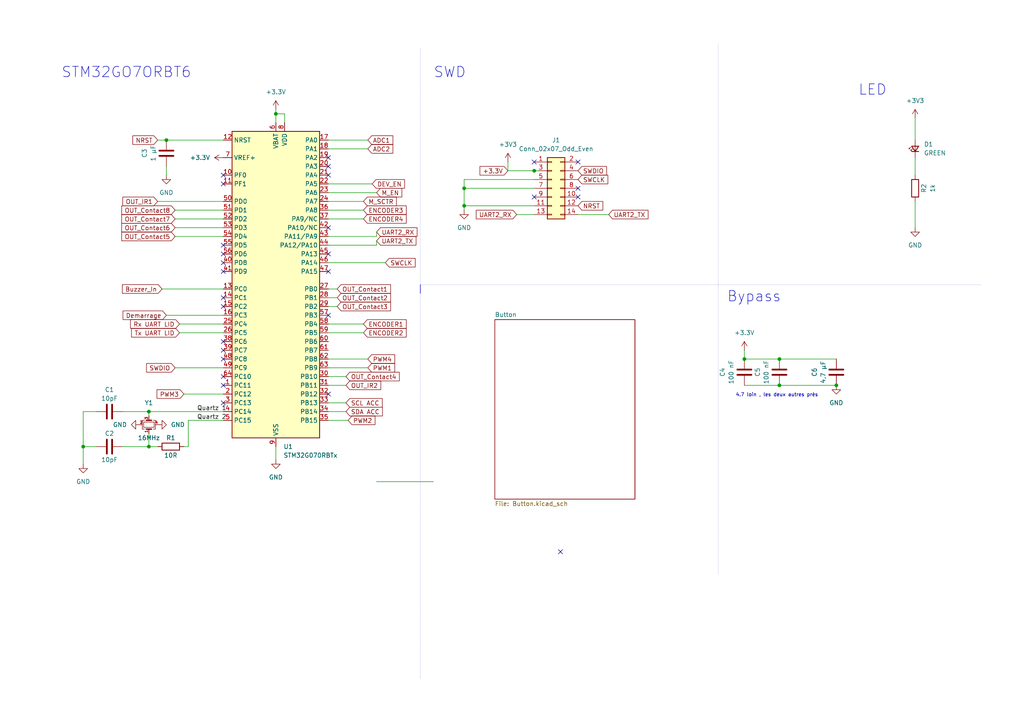
<source format=kicad_sch>
(kicad_sch (version 20230121) (generator eeschema)
  (paper "A4")
  (lib_symbols
    (symbol "+3.3V_1" (power) (pin_numbers hide) (pin_names (offset 0) hide)
      (property "Value" "+3.3V_1" (at 0 3.556 0))
      (symbol "+3.3V_1_0_1"
        (polyline (pts (xy -0.762 1.27) (xy 0 2.54)))
        (polyline (pts (xy 0 0) (xy 0 2.54)))
        (polyline (pts (xy 0 2.54) (xy 0.762 1.27)))
      )
      (symbol "+3.3V_1_1_1"
        (pin power_in line (at 0 0 90) (length 0) hide (name "+3V3") (number "1"))
      )
    )
    (symbol "Connector_Generic:Conn_02x07_Odd_Even" (pin_names (offset 1.016) hide)
      (property "Reference" "J" (at 1.27 10.16 0))
      (property "Value" "Conn_02x07_Odd_Even" (at 1.27 -10.16 0))
      (symbol "Conn_02x07_Odd_Even_1_1"
        (rectangle (start -1.27 -7.493) (end 0 -7.747) (stroke (width 0.1524)))
        (rectangle (start -1.27 -4.953) (end 0 -5.207) (stroke (width 0.1524)))
        (rectangle (start -1.27 -2.413) (end 0 -2.667) (stroke (width 0.1524)))
        (rectangle (start -1.27 0.127) (end 0 -0.127) (stroke (width 0.1524)))
        (rectangle (start -1.27 2.667) (end 0 2.413) (stroke (width 0.1524)))
        (rectangle (start -1.27 5.207) (end 0 4.953) (stroke (width 0.1524)))
        (rectangle (start -1.27 7.747) (end 0 7.493) (stroke (width 0.1524)))
        (rectangle (start -1.27 8.89) (end 3.81 -8.89) (stroke (width 0.254)) (fill (type background)))
        (rectangle (start 3.81 -7.493) (end 2.54 -7.747) (stroke (width 0.1524)))
        (rectangle (start 3.81 -4.953) (end 2.54 -5.207) (stroke (width 0.1524)))
        (rectangle (start 3.81 -2.413) (end 2.54 -2.667) (stroke (width 0.1524)))
        (rectangle (start 3.81 0.127) (end 2.54 -0.127) (stroke (width 0.1524)))
        (rectangle (start 3.81 2.667) (end 2.54 2.413) (stroke (width 0.1524)))
        (rectangle (start 3.81 5.207) (end 2.54 4.953) (stroke (width 0.1524)))
        (rectangle (start 3.81 7.747) (end 2.54 7.493) (stroke (width 0.1524)))
        (pin passive line (at -5.08 7.62 0) (length 3.81) (name "Pin_1") (number "1"))
        (pin passive line (at 7.62 -2.54 180) (length 3.81) (name "Pin_10") (number "10"))
        (pin passive line (at -5.08 -5.08 0) (length 3.81) (name "Pin_11") (number "11"))
        (pin passive line (at 7.62 -5.08 180) (length 3.81) (name "Pin_12") (number "12"))
        (pin passive line (at -5.08 -7.62 0) (length 3.81) (name "Pin_13") (number "13"))
        (pin passive line (at 7.62 -7.62 180) (length 3.81) (name "Pin_14") (number "14"))
        (pin passive line (at 7.62 7.62 180) (length 3.81) (name "Pin_2") (number "2"))
        (pin passive line (at -5.08 5.08 0) (length 3.81) (name "Pin_3") (number "3"))
        (pin passive line (at 7.62 5.08 180) (length 3.81) (name "Pin_4") (number "4"))
        (pin passive line (at -5.08 2.54 0) (length 3.81) (name "Pin_5") (number "5"))
        (pin passive line (at 7.62 2.54 180) (length 3.81) (name "Pin_6") (number "6"))
        (pin passive line (at -5.08 0 0) (length 3.81) (name "Pin_7") (number "7"))
        (pin passive line (at 7.62 0 180) (length 3.81) (name "Pin_8") (number "8"))
        (pin passive line (at -5.08 -2.54 0) (length 3.81) (name "Pin_9") (number "9"))
      )
    )
    (symbol "Device:C" (pin_numbers hide) (pin_names (offset 0.254))
      (property "Reference" "C" (at 0.635 2.54 0))
      (property "Value" "C" (at 0.635 -2.54 0))
      (symbol "C_0_1"
        (polyline (pts (xy -2.032 -0.762) (xy 2.032 -0.762)) (stroke (width 0.508)))
        (polyline (pts (xy -2.032 0.762) (xy 2.032 0.762)) (stroke (width 0.508)))
      )
      (symbol "C_1_1"
        (pin passive line (at 0 3.81 270) (length 2.794) (name "~") (number "1"))
        (pin passive line (at 0 -3.81 90) (length 2.794) (name "~") (number "2"))
      )
    )
    (symbol "Device:Crystal_GND24_Small" (pin_names (offset 1.016) hide)
      (property "Reference" "Y" (at 1.27 4.445 0))
      (property "Value" "Crystal_GND24_Small" (at 1.27 2.54 0))
      (symbol "Crystal_GND24_Small_0_1"
        (rectangle (start -0.762 -1.524) (end 0.762 1.524))
        (polyline (pts (xy -1.27 -0.762) (xy -1.27 0.762)) (stroke (width 0.381)))
        (polyline (pts (xy 1.27 -0.762) (xy 1.27 0.762)) (stroke (width 0.381)))
        (polyline (pts (xy -1.27 -1.27) (xy -1.27 -1.905) (xy 1.27 -1.905) (xy 1.27 -1.27)))
        (polyline (pts (xy -1.27 1.27) (xy -1.27 1.905) (xy 1.27 1.905) (xy 1.27 1.27)))
      )
      (symbol "Crystal_GND24_Small_1_1"
        (pin passive line (at -2.54 0 0) (length 1.27) (name "1") (number "1"))
        (pin passive line (at 0 -2.54 90) (length 0.635) (name "2") (number "2"))
        (pin passive line (at 2.54 0 180) (length 1.27) (name "3") (number "3"))
        (pin passive line (at 0 2.54 270) (length 0.635) (name "4") (number "4"))
      )
    )
    (symbol "Device:LED_Small" (pin_numbers hide) (pin_names (offset 0.254) hide)
      (property "Reference" "D" (at -1.27 3.175 0))
      (property "Value" "LED_Small" (at -4.445 -2.54 0))
      (symbol "LED_Small_0_1"
        (polyline (pts (xy -0.762 -1.016) (xy -0.762 1.016)) (stroke (width 0.254)))
        (polyline (pts (xy 1.016 0) (xy -0.762 0)))
        (polyline (pts (xy 0.762 -1.016) (xy -0.762 0) (xy 0.762 1.016) (xy 0.762 -1.016)) (stroke (width 0.254)))
        (polyline (pts (xy 0 0.762) (xy -0.508 1.27) (xy -0.254 1.27) (xy -0.508 1.27) (xy -0.508 1.016)))
        (polyline (pts (xy 0.508 1.27) (xy 0 1.778) (xy 0.254 1.778) (xy 0 1.778) (xy 0 1.524)))
      )
      (symbol "LED_Small_1_1"
        (pin passive line (at -2.54 0 0) (length 1.778) (name "K") (number "1"))
        (pin passive line (at 2.54 0 180) (length 1.778) (name "A") (number "2"))
      )
    )
    (symbol "Device:R" (pin_numbers hide) (pin_names (offset 0))
      (property "Reference" "R" (at 2.032 0 90))
      (property "Value" "R" (at 0 0 90))
      (symbol "R_0_1"
        (rectangle (start -1.016 -2.54) (end 1.016 2.54) (stroke (width 0.254)))
      )
      (symbol "R_1_1"
        (pin passive line (at 0 3.81 270) (length 1.27) (name "~") (number "1"))
        (pin passive line (at 0 -3.81 90) (length 1.27) (name "~") (number "2"))
      )
    )
    (symbol "GND_2" (power) (pin_numbers hide) (pin_names (offset 0) hide)
      (property "Value" "GND_2" (at 0 -3.81 0))
      (symbol "GND_2_0_1"
        (polyline (pts (xy 0 0) (xy 0 -1.27) (xy 1.27 -1.27) (xy 0 -2.54) (xy -1.27 -1.27) (xy 0 -1.27)))
      )
      (symbol "GND_2_1_1"
        (pin power_in line (at 0 0 270) (length 0) hide (name "GND") (number "1"))
      )
    )
    (symbol "MCU_ST_STM32G0:STM32G070RBTx"
      (property "Reference" "U" (at -12.7 46.99 0))
      (property "Value" "STM32G070RBTx" (at 5.08 46.99 0))
      (symbol "STM32G070RBTx_0_1"
        (rectangle (start -12.7 -43.18) (end 12.7 45.72) (stroke (width 0.254)) (fill (type background)))
      )
      (symbol "STM32G070RBTx_1_1"
        (pin bidirectional line (at -15.24 -27.94 0) (length 2.54) (name "PC11") (number "1"))
        (pin bidirectional line (at -15.24 33.02 0) (length 2.54) (name "PF0") (number "10"))
        (pin bidirectional line (at -15.24 30.48 0) (length 2.54) (name "PF1") (number "11"))
        (pin input line (at -15.24 43.18 0) (length 2.54) (name "NRST") (number "12"))
        (pin bidirectional line (at -15.24 0 0) (length 2.54) (name "PC0") (number "13"))
        (pin bidirectional line (at -15.24 -2.54 0) (length 2.54) (name "PC1") (number "14"))
        (pin bidirectional line (at -15.24 -5.08 0) (length 2.54) (name "PC2") (number "15"))
        (pin bidirectional line (at -15.24 -7.62 0) (length 2.54) (name "PC3") (number "16"))
        (pin bidirectional line (at 15.24 43.18 180) (length 2.54) (name "PA0") (number "17"))
        (pin bidirectional line (at 15.24 40.64 180) (length 2.54) (name "PA1") (number "18"))
        (pin bidirectional line (at 15.24 38.1 180) (length 2.54) (name "PA2") (number "19"))
        (pin bidirectional line (at -15.24 -30.48 0) (length 2.54) (name "PC12") (number "2"))
        (pin bidirectional line (at 15.24 35.56 180) (length 2.54) (name "PA3") (number "20"))
        (pin bidirectional line (at 15.24 33.02 180) (length 2.54) (name "PA4") (number "21"))
        (pin bidirectional line (at 15.24 30.48 180) (length 2.54) (name "PA5") (number "22"))
        (pin bidirectional line (at 15.24 27.94 180) (length 2.54) (name "PA6") (number "23"))
        (pin bidirectional line (at 15.24 25.4 180) (length 2.54) (name "PA7") (number "24"))
        (pin bidirectional line (at -15.24 -10.16 0) (length 2.54) (name "PC4") (number "25"))
        (pin bidirectional line (at -15.24 -12.7 0) (length 2.54) (name "PC5") (number "26"))
        (pin bidirectional line (at 15.24 0 180) (length 2.54) (name "PB0") (number "27"))
        (pin bidirectional line (at 15.24 -2.54 180) (length 2.54) (name "PB1") (number "28"))
        (pin bidirectional line (at 15.24 -5.08 180) (length 2.54) (name "PB2") (number "29"))
        (pin bidirectional line (at -15.24 -33.02 0) (length 2.54) (name "PC13") (number "3"))
        (pin bidirectional line (at 15.24 -25.4 180) (length 2.54) (name "PB10") (number "30"))
        (pin bidirectional line (at 15.24 -27.94 180) (length 2.54) (name "PB11") (number "31"))
        (pin bidirectional line (at 15.24 -30.48 180) (length 2.54) (name "PB12") (number "32"))
        (pin bidirectional line (at 15.24 -33.02 180) (length 2.54) (name "PB13") (number "33"))
        (pin bidirectional line (at 15.24 -35.56 180) (length 2.54) (name "PB14") (number "34"))
        (pin bidirectional line (at 15.24 -38.1 180) (length 2.54) (name "PB15") (number "35"))
        (pin bidirectional line (at 15.24 22.86 180) (length 2.54) (name "PA8") (number "36"))
        (pin bidirectional line (at 15.24 20.32 180) (length 2.54) (name "PA9/NC") (number "37"))
        (pin bidirectional line (at -15.24 -15.24 0) (length 2.54) (name "PC6") (number "38"))
        (pin bidirectional line (at -15.24 -17.78 0) (length 2.54) (name "PC7") (number "39"))
        (pin bidirectional line (at -15.24 -35.56 0) (length 2.54) (name "PC14") (number "4"))
        (pin bidirectional line (at -15.24 7.62 0) (length 2.54) (name "PD8") (number "40"))
        (pin bidirectional line (at -15.24 5.08 0) (length 2.54) (name "PD9") (number "41"))
        (pin bidirectional line (at 15.24 17.78 180) (length 2.54) (name "PA10/NC") (number "42"))
        (pin bidirectional line (at 15.24 15.24 180) (length 2.54) (name "PA11/PA9") (number "43"))
        (pin bidirectional line (at 15.24 12.7 180) (length 2.54) (name "PA12/PA10") (number "44"))
        (pin bidirectional line (at 15.24 10.16 180) (length 2.54) (name "PA13") (number "45"))
        (pin bidirectional line (at 15.24 7.62 180) (length 2.54) (name "PA14") (number "46"))
        (pin bidirectional line (at 15.24 5.08 180) (length 2.54) (name "PA15") (number "47"))
        (pin bidirectional line (at -15.24 -20.32 0) (length 2.54) (name "PC8") (number "48"))
        (pin bidirectional line (at -15.24 -22.86 0) (length 2.54) (name "PC9") (number "49"))
        (pin bidirectional line (at -15.24 -38.1 0) (length 2.54) (name "PC15") (number "5"))
        (pin bidirectional line (at -15.24 25.4 0) (length 2.54) (name "PD0") (number "50"))
        (pin bidirectional line (at -15.24 22.86 0) (length 2.54) (name "PD1") (number "51"))
        (pin bidirectional line (at -15.24 20.32 0) (length 2.54) (name "PD2") (number "52"))
        (pin bidirectional line (at -15.24 17.78 0) (length 2.54) (name "PD3") (number "53"))
        (pin bidirectional line (at -15.24 15.24 0) (length 2.54) (name "PD4") (number "54"))
        (pin bidirectional line (at -15.24 12.7 0) (length 2.54) (name "PD5") (number "55"))
        (pin bidirectional line (at -15.24 10.16 0) (length 2.54) (name "PD6") (number "56"))
        (pin bidirectional line (at 15.24 -7.62 180) (length 2.54) (name "PB3") (number "57"))
        (pin bidirectional line (at 15.24 -10.16 180) (length 2.54) (name "PB4") (number "58"))
        (pin bidirectional line (at 15.24 -12.7 180) (length 2.54) (name "PB5") (number "59"))
        (pin power_in line (at 0 48.26 270) (length 2.54) (name "VBAT") (number "6"))
        (pin bidirectional line (at 15.24 -15.24 180) (length 2.54) (name "PB6") (number "60"))
        (pin bidirectional line (at 15.24 -17.78 180) (length 2.54) (name "PB7") (number "61"))
        (pin bidirectional line (at 15.24 -20.32 180) (length 2.54) (name "PB8") (number "62"))
        (pin bidirectional line (at 15.24 -22.86 180) (length 2.54) (name "PB9") (number "63"))
        (pin bidirectional line (at -15.24 -25.4 0) (length 2.54) (name "PC10") (number "64"))
        (pin input line (at -15.24 38.1 0) (length 2.54) (name "VREF+") (number "7"))
        (pin power_in line (at 2.54 48.26 270) (length 2.54) (name "VDD") (number "8"))
        (pin power_in line (at 0 -45.72 90) (length 2.54) (name "VSS") (number "9"))
      )
    )
    (symbol "power:+3.3V" (power) (pin_names (offset 0))
      (property "Value" "+3.3V" (at 0 3.556 0))
      (symbol "+3.3V_0_1"
        (polyline (pts (xy -0.762 1.27) (xy 0 2.54)))
        (polyline (pts (xy 0 0) (xy 0 2.54)))
        (polyline (pts (xy 0 2.54) (xy 0.762 1.27)))
      )
      (symbol "+3.3V_1_1"
        (pin power_in line (at 0 0 90) (length 0) hide (name "+3.3V") (number "1"))
      )
    )
    (symbol "power:GND" (power) (pin_numbers hide) (pin_names (offset 0) hide)
      (property "Value" "GND" (at 0 -3.81 0))
      (symbol "GND_0_1"
        (polyline (pts (xy 0 0) (xy 0 -1.27) (xy 1.27 -1.27) (xy 0 -2.54) (xy -1.27 -1.27) (xy 0 -1.27)))
      )
      (symbol "GND_1_1"
        (pin power_in line (at 0 0 270) (length 0) hide (name "GND") (number "1"))
      )
    )
  )
  (junction (at 134.62 59.69))
  (junction (at 134.62 54.61))
  (junction (at 24.13 129.54))
  (junction (at 154.94 49.53))
  (junction (at 43.18 119.38))
  (junction (at 48.26 40.64))
  (junction (at 226.06 104.14))
  (junction (at 215.9 104.14))
  (junction (at 242.57 111.76))
  (junction (at 80.01 33.02))
  (junction (at 43.18 129.54))
  (junction (at 226.06 111.76))
  (no_connect (at 95.25 91.44))
  (no_connect (at 154.94 57.15))
  (no_connect (at 64.77 78.74))
  (no_connect (at 64.77 50.8))
  (no_connect (at 64.77 116.84))
  (no_connect (at 64.77 109.22))
  (no_connect (at 154.94 46.99))
  (no_connect (at 167.64 54.61))
  (no_connect (at 64.77 111.76))
  (no_connect (at 95.25 114.3))
  (no_connect (at 64.77 104.14))
  (no_connect (at 95.25 73.66))
  (no_connect (at 64.77 101.6))
  (no_connect (at 64.77 99.06))
  (no_connect (at 95.25 66.04))
  (no_connect (at 167.64 46.99))
  (no_connect (at 95.25 45.72))
  (no_connect (at 95.25 50.8))
  (no_connect (at 95.25 48.26))
  (no_connect (at 64.77 76.2))
  (no_connect (at 162.56 160.02))
  (no_connect (at 64.77 71.12))
  (no_connect (at 64.77 53.34))
  (no_connect (at 95.25 78.74))
  (no_connect (at 64.77 86.36))
  (no_connect (at 167.64 57.15))
  (no_connect (at 64.77 73.66))
  (no_connect (at 64.77 88.9))
  (wire (pts (xy 265.43 45.72) (xy 265.43 50.8)))
  (wire (pts (xy 45.72 40.64) (xy 48.26 40.64)))
  (wire (pts (xy 111.76 76.2) (xy 95.25 76.2)))
  (wire (pts (xy 95.25 93.98) (xy 105.41 93.98)))
  (wire (pts (xy 50.8 106.68) (xy 64.77 106.68)))
  (wire (pts (xy 43.18 120.65) (xy 43.18 119.38)))
  (wire (pts (xy 48.26 91.44) (xy 64.77 91.44)))
  (polyline (pts (xy 121.92 13.97) (xy 121.92 196.85)) (stroke (width 0.1) (type dot)))
  (wire (pts (xy 64.77 121.92) (xy 54.61 121.92)))
  (wire (pts (xy 95.25 63.5) (xy 105.41 63.5)))
  (wire (pts (xy 95.25 96.52) (xy 105.41 96.52)))
  (wire (pts (xy 95.25 121.92) (xy 100.965 121.92)))
  (wire (pts (xy 134.62 54.61) (xy 134.62 52.07)))
  (wire (pts (xy 167.64 62.23) (xy 176.53 62.23)))
  (wire (pts (xy 50.8 60.96) (xy 64.77 60.96)))
  (wire (pts (xy 154.94 49.53) (xy 156.21 49.53)))
  (wire (pts (xy 95.25 106.68) (xy 106.68 106.68)))
  (wire (pts (xy 48.26 50.8) (xy 48.26 48.26)))
  (polyline (pts (xy 208.28 82.55) (xy 208.28 12.7)) (stroke (width 0.1) (type dot)))
  (wire (pts (xy 43.18 119.38) (xy 35.56 119.38)))
  (polyline (pts (xy 121.92 82.55) (xy 121.92 85.09)))
  (wire (pts (xy 265.43 34.29) (xy 265.43 40.64)))
  (wire (pts (xy 95.25 86.36) (xy 97.79 86.36)))
  (wire (pts (xy 95.25 58.42) (xy 105.41 58.42)))
  (wire (pts (xy 43.18 129.54) (xy 35.56 129.54)))
  (wire (pts (xy 215.9 101.6) (xy 215.9 104.14)))
  (wire (pts (xy 109.22 68.58) (xy 109.22 67.31)))
  (wire (pts (xy 95.25 43.18) (xy 106.68 43.18)))
  (wire (pts (xy 149.86 62.23) (xy 154.94 62.23)))
  (wire (pts (xy 52.07 93.98) (xy 64.77 93.98)))
  (wire (pts (xy 95.25 111.76) (xy 100.33 111.76)))
  (wire (pts (xy 95.25 109.22) (xy 100.33 109.22)))
  (wire (pts (xy 43.18 119.38) (xy 64.77 119.38)))
  (wire (pts (xy 134.62 60.96) (xy 134.62 59.69)))
  (wire (pts (xy 95.25 104.14) (xy 106.68 104.14)))
  (wire (pts (xy 24.13 129.54) (xy 24.13 134.62)))
  (wire (pts (xy 100.33 119.38) (xy 95.25 119.38)))
  (wire (pts (xy 45.72 58.42) (xy 64.77 58.42)))
  (wire (pts (xy 95.25 53.34) (xy 107.95 53.34)))
  (wire (pts (xy 134.62 59.69) (xy 134.62 54.61)))
  (wire (pts (xy 45.72 129.54) (xy 43.18 129.54)))
  (polyline (pts (xy 208.28 166.37) (xy 208.28 82.55)) (stroke (width 0.1) (type dot)))
  (wire (pts (xy 95.25 55.88) (xy 109.22 55.88)))
  (wire (pts (xy 54.61 129.54) (xy 54.61 121.92)))
  (wire (pts (xy 27.94 119.38) (xy 24.13 119.38)))
  (wire (pts (xy 134.62 54.61) (xy 154.94 54.61)))
  (wire (pts (xy 80.01 133.35) (xy 80.01 129.54)))
  (wire (pts (xy 134.62 59.69) (xy 154.94 59.69)))
  (wire (pts (xy 46.99 83.82) (xy 64.77 83.82)))
  (wire (pts (xy 95.25 83.82) (xy 97.79 83.82)))
  (wire (pts (xy 215.9 111.76) (xy 226.06 111.76)))
  (wire (pts (xy 43.18 125.73) (xy 43.18 129.54)))
  (wire (pts (xy 226.06 104.14) (xy 242.57 104.14)))
  (wire (pts (xy 95.25 40.64) (xy 106.68 40.64)))
  (wire (pts (xy 147.32 49.53) (xy 147.32 46.99)))
  (wire (pts (xy 265.43 58.42) (xy 265.43 66.04)))
  (wire (pts (xy 50.8 68.58) (xy 64.77 68.58)))
  (wire (pts (xy 215.9 104.14) (xy 226.06 104.14)))
  (wire (pts (xy 24.13 119.38) (xy 24.13 129.54)))
  (wire (pts (xy 82.55 35.56) (xy 82.55 33.02)))
  (wire (pts (xy 95.25 71.12) (xy 109.22 71.12)))
  (wire (pts (xy 134.62 52.07) (xy 154.94 52.07)))
  (wire (pts (xy 95.25 60.96) (xy 105.41 60.96)))
  (wire (pts (xy 109.22 71.12) (xy 109.22 69.85)))
  (wire (pts (xy 80.01 33.02) (xy 80.01 35.56)))
  (wire (pts (xy 54.61 129.54) (xy 53.34 129.54)))
  (wire (pts (xy 53.34 114.3) (xy 64.77 114.3)))
  (wire (pts (xy 100.33 116.84) (xy 95.25 116.84)))
  (wire (pts (xy 48.26 40.64) (xy 64.77 40.64)))
  (wire (pts (xy 82.55 33.02) (xy 80.01 33.02)))
  (wire (pts (xy 52.07 96.52) (xy 64.77 96.52)))
  (wire (pts (xy 147.32 49.53) (xy 154.94 49.53)))
  (wire (pts (xy 80.01 31.75) (xy 80.01 33.02)))
  (wire (pts (xy 109.22 139.7) (xy 125.73 139.7)))
  (wire (pts (xy 95.25 68.58) (xy 109.22 68.58)))
  (wire (pts (xy 50.8 63.5) (xy 64.77 63.5)))
  (wire (pts (xy 95.25 88.9) (xy 97.79 88.9)))
  (polyline (pts (xy 121.92 82.55) (xy 284.48 82.55)) (stroke (width 0.1) (type dot)))
  (wire (pts (xy 226.06 111.76) (xy 242.57 111.76)))
  (wire (pts (xy 50.8 66.04) (xy 64.77 66.04)))
  (wire (pts (xy 24.13 129.54) (xy 27.94 129.54)))
  (text "STM32GO7ORBT6\n" (at 17.78 22.86 0) (effects (font (size 3 3)) (justify left bottom)))
  (text "Bypass\n\n" (at 210.82 92.71 0) (effects (font (size 3 3)) (justify left bottom)))
  (text "LED\n" (at 248.92 27.94 0) (effects (font (size 3 3)) (justify left bottom)))
  (text "SWD\n" (at 125.73 22.86 0) (effects (font (size 3 3)) (justify left bottom)))
  (text "4.7 loin , les deux autres près\n\n" (at 213.36 116.84 0) (effects (font (size 1 1)) (justify left bottom)))
  (label "Quartz 2" (at 57.15 121.92 0))
  (label "Quartz 1" (at 57.15 119.38 0))
  (global_label "OUT_Contact8" (shape input) (at 50.8 60.96 180) (property "Intersheetrefs" "${INTERSHEET_REFS}" (effects hide)))
  (global_label "OUT_Contact1" (shape input) (at 97.79 83.82 0) (property "Intersheetrefs" "${INTERSHEET_REFS}" (effects hide)))
  (global_label "OUT_Contact5" (shape input) (at 50.8 68.58 180) (property "Intersheetrefs" "${INTERSHEET_REFS}" (effects hide)))
  (global_label "UART2_TX" (shape input) (at 109.22 69.85 0) (property "Intersheetrefs" "${INTERSHEET_REFS}" (effects hide)))
  (global_label "SWDIO" (shape input) (at 167.64 49.53 0) (property "Intersheetrefs" "${INTERSHEET_REFS}" (effects hide)))
  (global_label "UART2_RX" (shape input) (at 109.22 67.31 0) (property "Intersheetrefs" "${INTERSHEET_REFS}" (effects hide)))
  (global_label "SWCLK" (shape input) (at 111.76 76.2 0) (property "Intersheetrefs" "${INTERSHEET_REFS}" (effects hide)))
  (global_label "ADC2" (shape input) (at 106.68 43.18 0) (property "Intersheetrefs" "${INTERSHEET_REFS}" (effects hide)))
  (global_label "ADC1" (shape input) (at 106.68 40.64 0) (property "Intersheetrefs" "${INTERSHEET_REFS}" (effects hide)))
  (global_label "OUT_IR1" (shape input) (at 45.72 58.42 180) (property "Intersheetrefs" "${INTERSHEET_REFS}" (effects hide)))
  (global_label "PWM2" (shape input) (at 100.965 121.92 0) (property "Intersheetrefs" "${INTERSHEET_REFS}" (effects hide)))
  (global_label "NRST" (shape input) (at 45.72 40.64 180) (property "Intersheetrefs" "${INTERSHEET_REFS}" (effects hide)))
  (global_label "ENCODER2" (shape input) (at 105.41 96.52 0) (property "Intersheetrefs" "${INTERSHEET_REFS}" (effects hide)))
  (global_label "ENCODER1" (shape input) (at 105.41 93.98 0) (property "Intersheetrefs" "${INTERSHEET_REFS}" (effects hide)))
  (global_label "UART2_TX" (shape input) (at 176.53 62.23 0) (property "Intersheetrefs" "${INTERSHEET_REFS}" (effects hide)))
  (global_label "Tx UART LID" (shape input) (at 52.07 96.52 180) (property "Intersheetrefs" "${INTERSHEET_REFS}" (effects hide)))
  (global_label "ENCODER4" (shape input) (at 105.41 63.5 0) (property "Intersheetrefs" "${INTERSHEET_REFS}" (effects hide)))
  (global_label "PWM3" (shape input) (at 53.34 114.3 180) (property "Intersheetrefs" "${INTERSHEET_REFS}" (effects hide)))
  (global_label "+3.3V" (shape input) (at 147.32 49.53 180) (property "Intersheetrefs" "${INTERSHEET_REFS}" (effects hide)))
  (global_label "Demarrage" (shape input) (at 48.26 91.44 180) (property "Intersheetrefs" "${INTERSHEET_REFS}" (effects hide)))
  (global_label "OUT_Contact4" (shape input) (at 100.33 109.22 0) (property "Intersheetrefs" "${INTERSHEET_REFS}" (effects hide)))
  (global_label "OUT_Contact7" (shape input) (at 50.8 63.5 180) (property "Intersheetrefs" "${INTERSHEET_REFS}" (effects hide)))
  (global_label "SWCLK" (shape input) (at 167.64 52.07 0) (property "Intersheetrefs" "${INTERSHEET_REFS}" (effects hide)))
  (global_label "SDA ACC" (shape input) (at 100.33 119.38 0) (property "Intersheetrefs" "${INTERSHEET_REFS}" (effects hide)))
  (global_label "ENCODER3" (shape input) (at 105.41 60.96 0) (property "Intersheetrefs" "${INTERSHEET_REFS}" (effects hide)))
  (global_label "OUT_Contact3" (shape input) (at 97.79 88.9 0) (property "Intersheetrefs" "${INTERSHEET_REFS}" (effects hide)))
  (global_label "NRST" (shape input) (at 167.64 59.69 0) (property "Intersheetrefs" "${INTERSHEET_REFS}" (effects hide)))
  (global_label "Buzzer_In" (shape input) (at 46.99 83.82 180) (property "Intersheetrefs" "${INTERSHEET_REFS}" (effects hide)))
  (global_label "OUT_Contact2" (shape input) (at 97.79 86.36 0) (property "Intersheetrefs" "${INTERSHEET_REFS}" (effects hide)))
  (global_label "Rx UART LID" (shape input) (at 52.07 93.98 180) (property "Intersheetrefs" "${INTERSHEET_REFS}" (effects hide)))
  (global_label "PWM1" (shape input) (at 106.68 106.68 0) (property "Intersheetrefs" "${INTERSHEET_REFS}" (effects hide)))
  (global_label "PWM4" (shape input) (at 106.68 104.14 0) (property "Intersheetrefs" "${INTERSHEET_REFS}" (effects hide)))
  (global_label "M_SCTR" (shape input) (at 105.41 58.42 0) (property "Intersheetrefs" "${INTERSHEET_REFS}" (effects hide)))
  (global_label "UART2_RX" (shape input) (at 149.86 62.23 180) (property "Intersheetrefs" "${INTERSHEET_REFS}" (effects hide)))
  (global_label "OUT_IR2" (shape input) (at 100.33 111.76 0) (property "Intersheetrefs" "${INTERSHEET_REFS}" (effects hide)))
  (global_label "OUT_Contact6" (shape input) (at 50.8 66.04 180) (property "Intersheetrefs" "${INTERSHEET_REFS}" (effects hide)))
  (global_label "SWDIO" (shape input) (at 50.8 106.68 180) (property "Intersheetrefs" "${INTERSHEET_REFS}" (effects hide)))
  (global_label "SCL ACC" (shape input) (at 100.33 116.84 0) (property "Intersheetrefs" "${INTERSHEET_REFS}" (effects hide)))
  (global_label "DEV_EN" (shape input) (at 107.95 53.34 0) (property "Intersheetrefs" "${INTERSHEET_REFS}" (effects hide)))
  (global_label "M_EN" (shape input) (at 109.22 55.88 0) (property "Intersheetrefs" "${INTERSHEET_REFS}" (effects hide)))
  (symbol (lib_id "MCU_ST_STM32G0:STM32G070RBTx") (at 80.01 83.82 0) (unit 1)
    (property "Reference" "U1" (at 82.2041 129.54 0) (effects (justify left)))
    (property "Value" "STM32G070RBTx" (at 82.2041 132.08 0) (effects (justify left)))
    (property "Footprint" "Package_QFP:LQFP-64_10x10mm_P0.5mm" (effects hide))
    (property "Datasheet" "https://www.st.com/resource/en/datasheet/stm32g070rb.pdf" (effects hide))
    (instances (project "Alimentation" (path "" (reference "U1") (unit 1))) (project "Microp_project_chat" (path "" (reference "U?") (unit 1))))
  )
  (symbol (lib_id "power:+3.3V") (at 215.9 101.6 0) (unit 1)
    (property "Reference" "#PWR010" (effects hide))
    (property "Value" "+3.3V" (at 215.9 96.52 0))
    (instances (project "Alimentation" (path "" (reference "#PWR010") (unit 1))) (project "Microp_project_chat" (path "" (reference "#PWR?") (unit 1))))
  )
  (symbol (lib_id "Device:C") (at 242.57 107.95 0) (mirror x) (unit 1)
    (property "Reference" "C6" (at 236.22 107.95 90))
    (property "Value" "4,7 µF" (at 238.76 107.95 90))
    (property "Footprint" "Capacitor_SMD:C_0603_1608Metric_Pad1.08x0.95mm_HandSolder" (effects hide))
    (instances (project "Alimentation" (path "" (reference "C6") (unit 1))) (project "Microp_project_chat" (path "" (reference "C?") (unit 1)) (path "" (reference "C?") (unit 1))))
  )
  (symbol (lib_id "power:GND") (at 80.01 133.35 0) (mirror y) (unit 1)
    (property "Reference" "#PWR07" (effects hide))
    (property "Value" "GND" (at 80.01 138.43 0))
    (instances (project "Alimentation" (path "" (reference "#PWR07") (unit 1))) (project "Microp_project_chat" (path "" (reference "#PWR?") (unit 1)) (path "" (reference "#PWR?") (unit 1))))
  )
  (symbol (lib_id "power:GND") (at 24.13 134.62 0) (mirror y) (unit 1)
    (property "Reference" "#PWR01" (effects hide))
    (property "Value" "GND" (at 24.13 139.7 0))
    (instances (project "Alimentation" (path "" (reference "#PWR01") (unit 1))) (project "Microp_project_chat" (path "" (reference "#PWR?") (unit 1)) (path "" (reference "#PWR?") (unit 1))))
  )
  (symbol (lib_name "GND_2") (lib_id "power:GND") (at 265.43 66.04 0) (unit 1)
    (property "Reference" "#PWR014" (effects hide))
    (property "Value" "GND" (at 265.43 71.12 0))
    (instances (project "Alimentation" (path "" (reference "#PWR014") (unit 1))) (project "tuto_usb-c" (path "" (reference "#PWR?") (unit 1))) (project "Microp_project_chat" (path "" (reference "#PWR?") (unit 1))))
  )
  (symbol (lib_name "+3.3V_1") (lib_id "power:+3.3V") (at 147.32 46.99 0) (unit 1)
    (property "Reference" "#PWR09" (effects hide))
    (property "Value" "+3.3V" (at 147.32 41.91 0))
    (instances (project "Alimentation" (path "" (reference "#PWR09") (unit 1))) (project "tuto_usb-c" (path "" (reference "#PWR?") (unit 1))) (project "Microp_project_chat" (path "" (reference "#PWR?") (unit 1))))
  )
  (symbol (lib_id "power:GND") (at 40.64 123.19 270) (mirror x) (unit 1)
    (property "Reference" "#PWR02" (effects hide))
    (property "Value" "GND" (at 36.83 123.19 90) (effects (justify right)))
    (instances (project "Alimentation" (path "" (reference "#PWR02") (unit 1))) (project "Microp_project_chat" (path "" (reference "#PWR?") (unit 1)) (path "" (reference "#PWR?") (unit 1))))
  )
  (symbol (lib_name "GND_2") (lib_id "power:GND") (at 242.57 111.76 0) (unit 1)
    (property "Reference" "#PWR011" (effects hide))
    (property "Value" "GND" (at 242.57 116.84 0))
    (instances (project "Alimentation" (path "" (reference "#PWR011") (unit 1))) (project "tuto_usb-c" (path "" (reference "#PWR?") (unit 1))) (project "Microp_project_chat" (path "" (reference "#PWR?") (unit 1))))
  )
  (symbol (lib_id "power:GND") (at 48.26 50.8 0) (mirror y) (unit 1)
    (property "Reference" "#PWR04" (effects hide))
    (property "Value" "GND" (at 48.26 55.88 0))
    (instances (project "Alimentation" (path "" (reference "#PWR04") (unit 1))) (project "Microp_project_chat" (path "" (reference "#PWR?") (unit 1)) (path "" (reference "#PWR?") (unit 1))))
  )
  (symbol (lib_id "power:+3.3V") (at 80.01 31.75 0) (unit 1)
    (property "Reference" "#PWR06" (effects hide))
    (property "Value" "+3.3V" (at 80.01 26.67 0))
    (instances (project "Alimentation" (path "" (reference "#PWR06") (unit 1))) (project "Microp_project_chat" (path "" (reference "#PWR?") (unit 1))))
  )
  (symbol (lib_id "Device:C") (at 215.9 107.95 0) (mirror x) (unit 1)
    (property "Reference" "C4" (at 209.55 107.95 90))
    (property "Value" "100 nF" (at 212.09 107.95 90))
    (property "Footprint" "Capacitor_SMD:C_0603_1608Metric_Pad1.08x0.95mm_HandSolder" (effects hide))
    (instances (project "Alimentation" (path "" (reference "C4") (unit 1))) (project "Microp_project_chat" (path "" (reference "C?") (unit 1)) (path "" (reference "C?") (unit 1))))
  )
  (symbol (lib_name "GND_2") (lib_id "power:GND") (at 134.62 60.96 0) (unit 1)
    (property "Reference" "#PWR08" (effects hide))
    (property "Value" "GND" (at 134.62 66.04 0))
    (instances (project "Alimentation" (path "" (reference "#PWR08") (unit 1))) (project "tuto_usb-c" (path "" (reference "#PWR?") (unit 1))) (project "Microp_project_chat" (path "" (reference "#PWR?") (unit 1))))
  )
  (symbol (lib_id "Device:C") (at 226.06 107.95 0) (mirror x) (unit 1)
    (property "Reference" "C5" (at 219.71 107.95 90))
    (property "Value" "100 nF" (at 222.25 107.95 90))
    (property "Footprint" "Capacitor_SMD:C_0603_1608Metric_Pad1.08x0.95mm_HandSolder" (effects hide))
    (instances (project "Alimentation" (path "" (reference "C5") (unit 1))) (project "Microp_project_chat" (path "" (reference "C?") (unit 1)) (path "" (reference "C?") (unit 1))))
  )
  (symbol (lib_id "Device:C") (at 31.75 129.54 90) (mirror x) (unit 1)
    (property "Reference" "C2" (at 31.75 125.73 90))
    (property "Value" "10pF" (at 31.75 133.35 90))
    (property "Footprint" "Capacitor_SMD:C_0603_1608Metric_Pad1.08x0.95mm_HandSolder" (effects hide))
    (instances (project "Alimentation" (path "" (reference "C2") (unit 1))) (project "Microp_project_chat" (path "" (reference "C?") (unit 1)) (path "" (reference "C?") (unit 1))))
  )
  (symbol (lib_name "+3.3V_1") (lib_id "power:+3.3V") (at 265.43 34.29 0) (unit 1)
    (property "Reference" "#PWR013" (effects hide))
    (property "Value" "+3.3V" (at 265.43 29.21 0))
    (instances (project "Alimentation" (path "" (reference "#PWR013") (unit 1))) (project "tuto_usb-c" (path "" (reference "#PWR?") (unit 1))) (project "Microp_project_chat" (path "" (reference "#PWR?") (unit 1))))
  )
  (symbol (lib_id "Device:LED_Small") (at 265.43 43.18 90) (unit 1)
    (property "Reference" "D1" (at 267.97 41.8465 90) (effects (justify right)))
    (property "Value" "GREEN" (at 267.97 44.3865 90) (effects (justify right)))
    (property "Footprint" "LED_SMD:LED_0603_1608Metric_Pad1.05x0.95mm_HandSolder" (effects hide))
    (instances (project "Alimentation" (path "" (reference "D1") (unit 1))) (project "tuto_usb-c" (path "" (reference "D?") (unit 1))) (project "Microp_project_chat" (path "" (reference "D?") (unit 1))))
  )
  (symbol (lib_id "Device:R") (at 265.43 54.61 0) (unit 1)
    (property "Reference" "R2" (at 267.97 54.61 90))
    (property "Value" "1k" (at 270.51 54.61 90))
    (property "Footprint" "Resistor_SMD:R_0603_1608Metric_Pad0.98x0.95mm_HandSolder" (effects hide))
    (instances (project "Alimentation" (path "" (reference "R2") (unit 1))) (project "tuto_usb-c" (path "" (reference "R?") (unit 1))) (project "Microp_project_chat" (path "" (reference "R?") (unit 1))))
  )
  (symbol (lib_id "power:+3.3V") (at 64.77 45.72 90) (unit 1)
    (property "Reference" "#PWR05" (effects hide))
    (property "Value" "+3.3V" (at 60.96 45.72 90) (effects (justify left)))
    (instances (project "Alimentation" (path "" (reference "#PWR05") (unit 1))) (project "Microp_project_chat" (path "" (reference "#PWR?") (unit 1))))
  )
  (symbol (lib_id "Device:R") (at 49.53 129.54 270) (mirror x) (unit 1)
    (property "Reference" "R1" (at 49.53 127 90))
    (property "Value" "10R" (at 49.53 132.08 90))
    (property "Footprint" "Resistor_SMD:R_0603_1608Metric_Pad0.98x0.95mm_HandSolder" (effects hide))
    (instances (project "Alimentation" (path "" (reference "R1") (unit 1))) (project "Microp_project_chat" (path "" (reference "R?") (unit 1)) (path "" (reference "R?") (unit 1))))
  )
  (symbol (lib_id "power:GND") (at 45.72 123.19 90) (mirror x) (unit 1)
    (property "Reference" "#PWR03" (effects hide))
    (property "Value" "GND" (at 49.53 123.19 90) (effects (justify right)))
    (instances (project "Alimentation" (path "" (reference "#PWR03") (unit 1))) (project "Microp_project_chat" (path "" (reference "#PWR?") (unit 1)) (path "" (reference "#PWR?") (unit 1))))
  )
  (symbol (lib_id "Device:C") (at 48.26 44.45 0) (mirror x) (unit 1)
    (property "Reference" "C3" (at 41.91 44.45 90))
    (property "Value" "1 µF" (at 44.45 44.45 90))
    (property "Footprint" "Capacitor_SMD:C_0603_1608Metric_Pad1.08x0.95mm_HandSolder" (effects hide))
    (instances (project "Alimentation" (path "" (reference "C3") (unit 1))) (project "Microp_project_chat" (path "" (reference "C?") (unit 1)) (path "" (reference "C?") (unit 1))))
  )
  (symbol (lib_id "Device:C") (at 31.75 119.38 90) (mirror x) (unit 1)
    (property "Reference" "C1" (at 31.75 113.03 90))
    (property "Value" "10pF" (at 31.75 115.57 90))
    (property "Footprint" "Capacitor_SMD:C_0603_1608Metric_Pad1.08x0.95mm_HandSolder" (effects hide))
    (instances (project "Alimentation" (path "" (reference "C1") (unit 1))) (project "Microp_project_chat" (path "" (reference "C?") (unit 1)) (path "" (reference "C?") (unit 1))))
  )
  (symbol (lib_id "Connector_Generic:Conn_02x07_Odd_Even") (at 160.02 54.61 0) (unit 1)
    (property "Reference" "J1" (at 161.29 40.64 0))
    (property "Value" "Conn_02x07_Odd_Even" (at 161.29 43.18 0))
    (property "Footprint" "Connector_Molex:Molex_Nano-Fit_105314-xx14_2x07_P2.50mm_Horizontal" (effects hide))
    (instances (project "Alimentation" (path "" (reference "J1") (unit 1))) (project "tuto_usb-c" (path "" (reference "J?") (unit 1))) (project "Microp_project_chat" (path "" (reference "J?") (unit 1))))
  )
  (symbol (lib_id "Device:Crystal_GND24_Small") (at 43.18 123.19 270) (mirror x) (unit 1)
    (property "Reference" "Y1" (at 43.18 116.84 90))
    (property "Value" "16MHz" (at 43.18 127 90))
    (property "Footprint" "Crystal:Crystal_SMD_EuroQuartz_MT-4Pin_3.2x2.5mm" (effects hide))
    (instances (project "Alimentation" (path "" (reference "Y1") (unit 1))) (project "Microp_project_chat" (path "" (reference "Y?") (unit 1)) (path "" (reference "Y?") (unit 1))))
  )
  (sheet (at 143.51 92.71) (size 40.64 52.07) (stroke (width 0.1524))
    (property "Sheetname" "Button" (at 143.51 91.9984 0) (effects (justify left bottom)))
    (property "Sheetfile" "Button.kicad_sch" (at 143.51 145.3646 0) (effects (justify left top)))
  )
)
</source>
